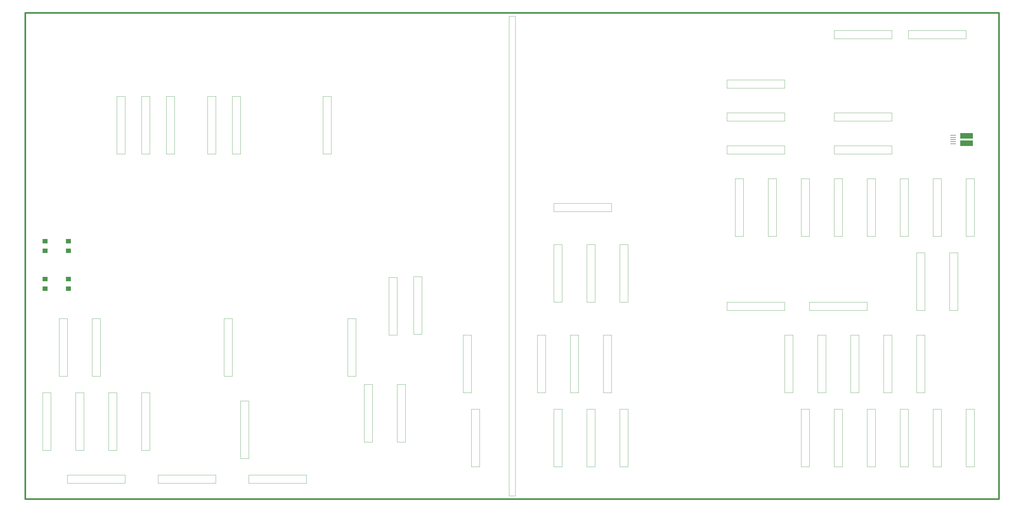
<source format=gbr>
%TF.GenerationSoftware,KiCad,Pcbnew,(5.0.2)-1*%
%TF.CreationDate,2019-11-19T01:28:37+09:00*%
%TF.ProjectId,sensor_board,73656e73-6f72-45f6-926f-6172642e6b69,rev?*%
%TF.SameCoordinates,Original*%
%TF.FileFunction,Paste,Top*%
%TF.FilePolarity,Positive*%
%FSLAX46Y46*%
G04 Gerber Fmt 4.6, Leading zero omitted, Abs format (unit mm)*
G04 Created by KiCad (PCBNEW (5.0.2)-1) date 2019-11-19 오전 1:28:37*
%MOMM*%
%LPD*%
G01*
G04 APERTURE LIST*
%ADD10C,0.100000*%
%ADD11C,0.500000*%
%ADD12R,3.900000X1.800000*%
%ADD13R,1.700000X0.250000*%
%ADD14R,1.600000X1.400000*%
G04 APERTURE END LIST*
D10*
X137160000Y-134620000D02*
X137160000Y-152400000D01*
X137160000Y-152400000D02*
X134620000Y-152400000D01*
X134620000Y-152400000D02*
X134620000Y-134620000D01*
X134620000Y-134620000D02*
X137160000Y-134620000D01*
X58420000Y-137160000D02*
X58420000Y-154940000D01*
X58420000Y-154940000D02*
X55880000Y-154940000D01*
X55880000Y-137160000D02*
X58420000Y-137160000D01*
X55880000Y-154940000D02*
X55880000Y-137160000D01*
X292100000Y-25400000D02*
X309880000Y-25400000D01*
X309880000Y-25400000D02*
X309880000Y-27940000D01*
X292100000Y-27940000D02*
X292100000Y-25400000D01*
X309880000Y-27940000D02*
X292100000Y-27940000D01*
X269240000Y-25400000D02*
X287020000Y-25400000D01*
X287020000Y-25400000D02*
X287020000Y-27940000D01*
X269240000Y-27940000D02*
X269240000Y-25400000D01*
X287020000Y-27940000D02*
X269240000Y-27940000D01*
X269240000Y-60960000D02*
X287020000Y-60960000D01*
X287020000Y-60960000D02*
X287020000Y-63500000D01*
X269240000Y-63500000D02*
X269240000Y-60960000D01*
X287020000Y-63500000D02*
X269240000Y-63500000D01*
X261620000Y-109220000D02*
X279400000Y-109220000D01*
X279400000Y-109220000D02*
X279400000Y-111760000D01*
X261620000Y-111760000D02*
X261620000Y-109220000D01*
X279400000Y-111760000D02*
X261620000Y-111760000D01*
X236220000Y-109220000D02*
X254000000Y-109220000D01*
X254000000Y-109220000D02*
X254000000Y-111760000D01*
X236220000Y-111760000D02*
X236220000Y-109220000D01*
X254000000Y-111760000D02*
X236220000Y-111760000D01*
X259080000Y-88900000D02*
X259080000Y-71120000D01*
X259080000Y-71120000D02*
X261620000Y-71120000D01*
X261620000Y-88900000D02*
X259080000Y-88900000D01*
X261620000Y-71120000D02*
X261620000Y-88900000D01*
X309880000Y-160020000D02*
X309880000Y-142240000D01*
X309880000Y-142240000D02*
X312420000Y-142240000D01*
X312420000Y-160020000D02*
X309880000Y-160020000D01*
X312420000Y-142240000D02*
X312420000Y-160020000D01*
X205740000Y-142240000D02*
X205740000Y-160020000D01*
X205740000Y-160020000D02*
X203200000Y-160020000D01*
X203200000Y-142240000D02*
X205740000Y-142240000D01*
X203200000Y-160020000D02*
X203200000Y-142240000D01*
X182880000Y-78740000D02*
X200660000Y-78740000D01*
X200660000Y-78740000D02*
X200660000Y-81280000D01*
X182880000Y-81280000D02*
X182880000Y-78740000D01*
X200660000Y-81280000D02*
X182880000Y-81280000D01*
X236220000Y-60960000D02*
X254000000Y-60960000D01*
X254000000Y-60960000D02*
X254000000Y-63500000D01*
X236220000Y-63500000D02*
X236220000Y-60960000D01*
X254000000Y-63500000D02*
X236220000Y-63500000D01*
X121920000Y-114300000D02*
X121920000Y-132080000D01*
X121920000Y-132080000D02*
X119380000Y-132080000D01*
X119380000Y-132080000D02*
X119380000Y-114300000D01*
X119380000Y-114300000D02*
X121920000Y-114300000D01*
X127000000Y-134620000D02*
X127000000Y-152400000D01*
X127000000Y-152400000D02*
X124460000Y-152400000D01*
X124460000Y-152400000D02*
X124460000Y-134620000D01*
X124460000Y-134620000D02*
X127000000Y-134620000D01*
X160020000Y-142240000D02*
X160020000Y-160020000D01*
X160020000Y-160020000D02*
X157480000Y-160020000D01*
X157480000Y-160020000D02*
X157480000Y-142240000D01*
X157480000Y-142240000D02*
X160020000Y-142240000D01*
X88900000Y-139700000D02*
X88900000Y-157480000D01*
X88900000Y-157480000D02*
X86360000Y-157480000D01*
X86360000Y-157480000D02*
X86360000Y-139700000D01*
X86360000Y-139700000D02*
X88900000Y-139700000D01*
X83820000Y-114300000D02*
X83820000Y-132080000D01*
X83820000Y-132080000D02*
X81280000Y-132080000D01*
X81280000Y-132080000D02*
X81280000Y-114300000D01*
X81280000Y-114300000D02*
X83820000Y-114300000D01*
X114300000Y-45720000D02*
X114300000Y-63500000D01*
X114300000Y-63500000D02*
X111760000Y-63500000D01*
X111760000Y-63500000D02*
X111760000Y-45720000D01*
X111760000Y-45720000D02*
X114300000Y-45720000D01*
X86360000Y-45720000D02*
X86360000Y-63500000D01*
X86360000Y-63500000D02*
X83820000Y-63500000D01*
X83820000Y-63500000D02*
X83820000Y-45720000D01*
X83820000Y-45720000D02*
X86360000Y-45720000D01*
X78740000Y-45720000D02*
X78740000Y-63500000D01*
X78740000Y-63500000D02*
X76200000Y-63500000D01*
X76200000Y-63500000D02*
X76200000Y-45720000D01*
X76200000Y-45720000D02*
X78740000Y-45720000D01*
X302260000Y-142240000D02*
X302260000Y-160020000D01*
X302260000Y-160020000D02*
X299720000Y-160020000D01*
X299720000Y-160020000D02*
X299720000Y-142240000D01*
X299720000Y-142240000D02*
X302260000Y-142240000D01*
X292100000Y-142240000D02*
X292100000Y-160020000D01*
X292100000Y-160020000D02*
X289560000Y-160020000D01*
X289560000Y-160020000D02*
X289560000Y-142240000D01*
X289560000Y-142240000D02*
X292100000Y-142240000D01*
X297180000Y-93980000D02*
X297180000Y-111760000D01*
X297180000Y-111760000D02*
X294640000Y-111760000D01*
X294640000Y-111760000D02*
X294640000Y-93980000D01*
X294640000Y-93980000D02*
X297180000Y-93980000D01*
X307340000Y-93980000D02*
X307340000Y-111760000D01*
X307340000Y-111760000D02*
X304800000Y-111760000D01*
X304800000Y-111760000D02*
X304800000Y-93980000D01*
X304800000Y-93980000D02*
X307340000Y-93980000D01*
X312420000Y-71120000D02*
X312420000Y-88900000D01*
X312420000Y-88900000D02*
X309880000Y-88900000D01*
X309880000Y-88900000D02*
X309880000Y-71120000D01*
X309880000Y-71120000D02*
X312420000Y-71120000D01*
X66040000Y-45720000D02*
X66040000Y-63500000D01*
X66040000Y-63500000D02*
X63500000Y-63500000D01*
X48260000Y-45720000D02*
X50800000Y-45720000D01*
X50800000Y-63500000D02*
X48260000Y-63500000D01*
X63500000Y-63500000D02*
X63500000Y-45720000D01*
X50800000Y-45720000D02*
X50800000Y-63500000D01*
X48260000Y-63500000D02*
X48260000Y-45720000D01*
X63500000Y-45720000D02*
X66040000Y-45720000D01*
X55880000Y-63500000D02*
X55880000Y-45720000D01*
X55880000Y-45720000D02*
X58420000Y-45720000D01*
X58420000Y-45720000D02*
X58420000Y-63500000D01*
X58420000Y-63500000D02*
X55880000Y-63500000D01*
X33020000Y-162560000D02*
X50800000Y-162560000D01*
X50800000Y-162560000D02*
X50800000Y-165100000D01*
X88900000Y-165100000D02*
X88900000Y-162560000D01*
X106680000Y-162560000D02*
X106680000Y-165100000D01*
X50800000Y-165100000D02*
X33020000Y-165100000D01*
X88900000Y-162560000D02*
X106680000Y-162560000D01*
X106680000Y-165100000D02*
X88900000Y-165100000D01*
X33020000Y-165100000D02*
X33020000Y-162560000D01*
X78740000Y-165100000D02*
X60960000Y-165100000D01*
X60960000Y-165100000D02*
X60960000Y-162560000D01*
X60960000Y-162560000D02*
X78740000Y-162560000D01*
X78740000Y-162560000D02*
X78740000Y-165100000D01*
X279400000Y-160020000D02*
X279400000Y-142240000D01*
X279400000Y-142240000D02*
X281940000Y-142240000D01*
X281940000Y-142240000D02*
X281940000Y-160020000D01*
X281940000Y-160020000D02*
X279400000Y-160020000D01*
X271780000Y-142240000D02*
X271780000Y-160020000D01*
X271780000Y-160020000D02*
X269240000Y-160020000D01*
X259080000Y-142240000D02*
X261620000Y-142240000D01*
X261620000Y-160020000D02*
X259080000Y-160020000D01*
X269240000Y-160020000D02*
X269240000Y-142240000D01*
X261620000Y-142240000D02*
X261620000Y-160020000D01*
X259080000Y-160020000D02*
X259080000Y-142240000D01*
X269240000Y-142240000D02*
X271780000Y-142240000D01*
X297180000Y-119380000D02*
X297180000Y-137160000D01*
X297180000Y-137160000D02*
X294640000Y-137160000D01*
X274320000Y-119380000D02*
X276860000Y-119380000D01*
X276860000Y-137160000D02*
X274320000Y-137160000D01*
X294640000Y-137160000D02*
X294640000Y-119380000D01*
X276860000Y-119380000D02*
X276860000Y-137160000D01*
X274320000Y-137160000D02*
X274320000Y-119380000D01*
X294640000Y-119380000D02*
X297180000Y-119380000D01*
X284480000Y-137160000D02*
X284480000Y-119380000D01*
X284480000Y-119380000D02*
X287020000Y-119380000D01*
X287020000Y-119380000D02*
X287020000Y-137160000D01*
X287020000Y-137160000D02*
X284480000Y-137160000D01*
X266700000Y-119380000D02*
X266700000Y-137160000D01*
X266700000Y-137160000D02*
X264160000Y-137160000D01*
X254000000Y-119380000D02*
X256540000Y-119380000D01*
X256540000Y-137160000D02*
X254000000Y-137160000D01*
X264160000Y-137160000D02*
X264160000Y-119380000D01*
X256540000Y-119380000D02*
X256540000Y-137160000D01*
X254000000Y-137160000D02*
X254000000Y-119380000D01*
X264160000Y-119380000D02*
X266700000Y-119380000D01*
X195580000Y-142240000D02*
X195580000Y-160020000D01*
X195580000Y-160020000D02*
X193040000Y-160020000D01*
X182880000Y-142240000D02*
X185420000Y-142240000D01*
X185420000Y-160020000D02*
X182880000Y-160020000D01*
X193040000Y-160020000D02*
X193040000Y-142240000D01*
X185420000Y-142240000D02*
X185420000Y-160020000D01*
X182880000Y-160020000D02*
X182880000Y-142240000D01*
X193040000Y-142240000D02*
X195580000Y-142240000D01*
X200660000Y-119380000D02*
X200660000Y-137160000D01*
X200660000Y-137160000D02*
X198120000Y-137160000D01*
X177800000Y-119380000D02*
X180340000Y-119380000D01*
X180340000Y-137160000D02*
X177800000Y-137160000D01*
X198120000Y-137160000D02*
X198120000Y-119380000D01*
X180340000Y-119380000D02*
X180340000Y-137160000D01*
X177800000Y-137160000D02*
X177800000Y-119380000D01*
X198120000Y-119380000D02*
X200660000Y-119380000D01*
X187960000Y-137160000D02*
X187960000Y-119380000D01*
X187960000Y-119380000D02*
X190500000Y-119380000D01*
X190500000Y-119380000D02*
X190500000Y-137160000D01*
X190500000Y-137160000D02*
X187960000Y-137160000D01*
X48260000Y-137160000D02*
X48260000Y-154940000D01*
X48260000Y-154940000D02*
X45720000Y-154940000D01*
X25400000Y-137160000D02*
X27940000Y-137160000D01*
X27940000Y-154940000D02*
X25400000Y-154940000D01*
X45720000Y-154940000D02*
X45720000Y-137160000D01*
X27940000Y-137160000D02*
X27940000Y-154940000D01*
X25400000Y-154940000D02*
X25400000Y-137160000D01*
X45720000Y-137160000D02*
X48260000Y-137160000D01*
X35560000Y-154940000D02*
X35560000Y-137160000D01*
X35560000Y-137160000D02*
X38100000Y-137160000D01*
X38100000Y-137160000D02*
X38100000Y-154940000D01*
X38100000Y-154940000D02*
X35560000Y-154940000D01*
X30480000Y-114300000D02*
X33020000Y-114300000D01*
X33020000Y-132080000D02*
X30480000Y-132080000D01*
X33020000Y-114300000D02*
X33020000Y-132080000D01*
X30480000Y-132080000D02*
X30480000Y-114300000D01*
X40640000Y-132080000D02*
X40640000Y-114300000D01*
X40640000Y-114300000D02*
X43180000Y-114300000D01*
X43180000Y-114300000D02*
X43180000Y-132080000D01*
X43180000Y-132080000D02*
X40640000Y-132080000D01*
X157480000Y-119380000D02*
X157480000Y-137160000D01*
X157480000Y-137160000D02*
X154940000Y-137160000D01*
X132080000Y-101600000D02*
X134620000Y-101600000D01*
X134620000Y-119380000D02*
X132080000Y-119380000D01*
X154940000Y-137160000D02*
X154940000Y-119380000D01*
X134620000Y-101600000D02*
X134620000Y-119380000D01*
X132080000Y-119380000D02*
X132080000Y-101600000D01*
X154940000Y-119380000D02*
X157480000Y-119380000D01*
X139700000Y-119126000D02*
X139700000Y-101346000D01*
X139700000Y-101346000D02*
X142240000Y-101346000D01*
X142240000Y-101346000D02*
X142240000Y-119126000D01*
X142240000Y-119126000D02*
X139700000Y-119126000D01*
X205740000Y-91440000D02*
X205740000Y-109220000D01*
X205740000Y-109220000D02*
X203200000Y-109220000D01*
X203200000Y-109220000D02*
X203200000Y-91440000D01*
X203200000Y-91440000D02*
X205740000Y-91440000D01*
X182880000Y-91440000D02*
X185420000Y-91440000D01*
X185420000Y-91440000D02*
X185420000Y-109220000D01*
X182880000Y-109220000D02*
X182880000Y-91440000D01*
X185420000Y-109220000D02*
X182880000Y-109220000D01*
X195580000Y-91440000D02*
X195580000Y-109220000D01*
X193040000Y-109220000D02*
X193040000Y-91440000D01*
X195580000Y-109220000D02*
X193040000Y-109220000D01*
X193040000Y-91440000D02*
X195580000Y-91440000D01*
X269240000Y-53340000D02*
X269240000Y-50800000D01*
X269240000Y-50800000D02*
X287020000Y-50800000D01*
X287020000Y-53340000D02*
X269240000Y-53340000D01*
X287020000Y-50800000D02*
X287020000Y-53340000D01*
X236220000Y-53340000D02*
X236220000Y-50800000D01*
X236220000Y-50800000D02*
X254000000Y-50800000D01*
X254000000Y-53340000D02*
X236220000Y-53340000D01*
X254000000Y-50800000D02*
X254000000Y-53340000D01*
X236220000Y-43180000D02*
X236220000Y-40640000D01*
X236220000Y-40640000D02*
X254000000Y-40640000D01*
X254000000Y-43180000D02*
X236220000Y-43180000D01*
X254000000Y-40640000D02*
X254000000Y-43180000D01*
X299720000Y-71120000D02*
X302260000Y-71120000D01*
X302260000Y-71120000D02*
X302260000Y-88900000D01*
X299720000Y-88900000D02*
X299720000Y-71120000D01*
X302260000Y-88900000D02*
X299720000Y-88900000D01*
X289560000Y-71120000D02*
X292100000Y-71120000D01*
X292100000Y-71120000D02*
X292100000Y-88900000D01*
X289560000Y-88900000D02*
X289560000Y-71120000D01*
X292100000Y-88900000D02*
X289560000Y-88900000D01*
X279400000Y-71120000D02*
X281940000Y-71120000D01*
X281940000Y-71120000D02*
X281940000Y-88900000D01*
X279400000Y-88900000D02*
X279400000Y-71120000D01*
X281940000Y-88900000D02*
X279400000Y-88900000D01*
X269240000Y-71120000D02*
X271780000Y-71120000D01*
X271780000Y-71120000D02*
X271780000Y-88900000D01*
X269240000Y-88900000D02*
X269240000Y-71120000D01*
X271780000Y-88900000D02*
X269240000Y-88900000D01*
X248920000Y-71120000D02*
X251460000Y-71120000D01*
X251460000Y-71120000D02*
X251460000Y-88900000D01*
X248920000Y-88900000D02*
X248920000Y-71120000D01*
X251460000Y-88900000D02*
X248920000Y-88900000D01*
X238760000Y-88900000D02*
X238760000Y-71120000D01*
X241300000Y-88900000D02*
X238760000Y-88900000D01*
X238760000Y-71120000D02*
X241300000Y-71120000D01*
X241300000Y-71120000D02*
X241300000Y-88900000D01*
X171000000Y-169000000D02*
X169000000Y-169000000D01*
X171000000Y-21000000D02*
X169000000Y-21000000D01*
X171000000Y-21000000D02*
X171000000Y-169000000D01*
X169000000Y-21000000D02*
X169000000Y-169000000D01*
D11*
X320000000Y-20000000D02*
X320000000Y-170000000D01*
X20000000Y-170000000D02*
X320000000Y-170000000D01*
X20000000Y-20000000D02*
X320000000Y-20000000D01*
X20000000Y-20000000D02*
X20000000Y-170000000D01*
D12*
X310040000Y-60205000D03*
X310040000Y-57905000D03*
D13*
X305840000Y-60355000D03*
X305840000Y-59705000D03*
X305840000Y-59055000D03*
X305840000Y-58405000D03*
X305840000Y-57755000D03*
D14*
X33318000Y-90448000D03*
X26118000Y-90448000D03*
X33318000Y-93448000D03*
X26118000Y-93448000D03*
X26118000Y-105132000D03*
X33318000Y-105132000D03*
X26118000Y-102132000D03*
X33318000Y-102132000D03*
M02*

</source>
